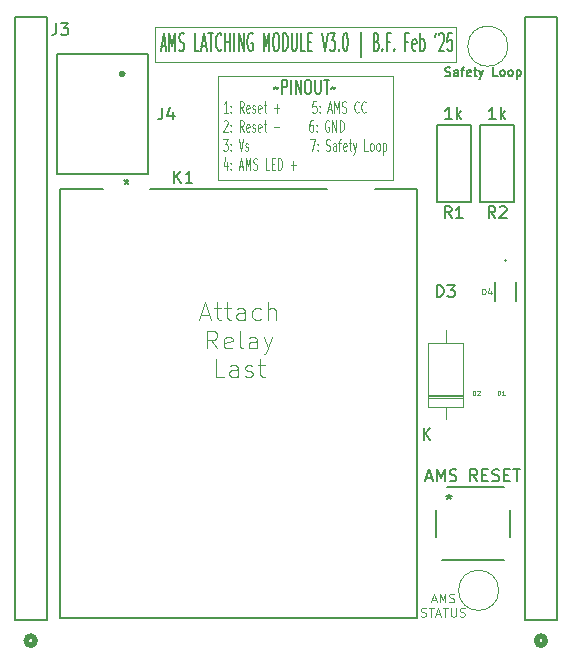
<source format=gbr>
%TF.GenerationSoftware,KiCad,Pcbnew,8.0.8*%
%TF.CreationDate,2025-03-10T21:52:54-04:00*%
%TF.ProjectId,AMS Latching Module V3.0,414d5320-4c61-4746-9368-696e67204d6f,rev?*%
%TF.SameCoordinates,Original*%
%TF.FileFunction,Legend,Top*%
%TF.FilePolarity,Positive*%
%FSLAX46Y46*%
G04 Gerber Fmt 4.6, Leading zero omitted, Abs format (unit mm)*
G04 Created by KiCad (PCBNEW 8.0.8) date 2025-03-10 21:52:54*
%MOMM*%
%LPD*%
G01*
G04 APERTURE LIST*
%ADD10C,0.100000*%
%ADD11C,0.187500*%
%ADD12C,0.150000*%
%ADD13C,0.098425*%
%ADD14C,0.125000*%
%ADD15C,0.170000*%
%ADD16C,0.120000*%
%ADD17C,0.152400*%
%ADD18C,0.508000*%
%ADD19C,0.200000*%
%ADD20C,0.400000*%
G04 APERTURE END LIST*
D10*
X61300000Y-50300000D02*
X86800000Y-50300000D01*
X86800000Y-53200000D01*
X61300000Y-53200000D01*
X61300000Y-50300000D01*
X66650000Y-54400000D02*
X81450000Y-54400000D01*
X81450000Y-63200000D01*
X66650000Y-63200000D01*
X66650000Y-54400000D01*
X84735714Y-98781270D02*
X85092857Y-98781270D01*
X84664285Y-98995556D02*
X84914285Y-98245556D01*
X84914285Y-98245556D02*
X85164285Y-98995556D01*
X85414285Y-98995556D02*
X85414285Y-98245556D01*
X85414285Y-98245556D02*
X85664285Y-98781270D01*
X85664285Y-98781270D02*
X85914285Y-98245556D01*
X85914285Y-98245556D02*
X85914285Y-98995556D01*
X86235714Y-98959842D02*
X86342857Y-98995556D01*
X86342857Y-98995556D02*
X86521428Y-98995556D01*
X86521428Y-98995556D02*
X86592857Y-98959842D01*
X86592857Y-98959842D02*
X86628571Y-98924127D01*
X86628571Y-98924127D02*
X86664285Y-98852699D01*
X86664285Y-98852699D02*
X86664285Y-98781270D01*
X86664285Y-98781270D02*
X86628571Y-98709842D01*
X86628571Y-98709842D02*
X86592857Y-98674127D01*
X86592857Y-98674127D02*
X86521428Y-98638413D01*
X86521428Y-98638413D02*
X86378571Y-98602699D01*
X86378571Y-98602699D02*
X86307142Y-98566984D01*
X86307142Y-98566984D02*
X86271428Y-98531270D01*
X86271428Y-98531270D02*
X86235714Y-98459842D01*
X86235714Y-98459842D02*
X86235714Y-98388413D01*
X86235714Y-98388413D02*
X86271428Y-98316984D01*
X86271428Y-98316984D02*
X86307142Y-98281270D01*
X86307142Y-98281270D02*
X86378571Y-98245556D01*
X86378571Y-98245556D02*
X86557142Y-98245556D01*
X86557142Y-98245556D02*
X86664285Y-98281270D01*
X83842857Y-100167300D02*
X83950000Y-100203014D01*
X83950000Y-100203014D02*
X84128571Y-100203014D01*
X84128571Y-100203014D02*
X84200000Y-100167300D01*
X84200000Y-100167300D02*
X84235714Y-100131585D01*
X84235714Y-100131585D02*
X84271428Y-100060157D01*
X84271428Y-100060157D02*
X84271428Y-99988728D01*
X84271428Y-99988728D02*
X84235714Y-99917300D01*
X84235714Y-99917300D02*
X84200000Y-99881585D01*
X84200000Y-99881585D02*
X84128571Y-99845871D01*
X84128571Y-99845871D02*
X83985714Y-99810157D01*
X83985714Y-99810157D02*
X83914285Y-99774442D01*
X83914285Y-99774442D02*
X83878571Y-99738728D01*
X83878571Y-99738728D02*
X83842857Y-99667300D01*
X83842857Y-99667300D02*
X83842857Y-99595871D01*
X83842857Y-99595871D02*
X83878571Y-99524442D01*
X83878571Y-99524442D02*
X83914285Y-99488728D01*
X83914285Y-99488728D02*
X83985714Y-99453014D01*
X83985714Y-99453014D02*
X84164285Y-99453014D01*
X84164285Y-99453014D02*
X84271428Y-99488728D01*
X84485714Y-99453014D02*
X84914286Y-99453014D01*
X84700000Y-100203014D02*
X84700000Y-99453014D01*
X85128572Y-99988728D02*
X85485715Y-99988728D01*
X85057143Y-100203014D02*
X85307143Y-99453014D01*
X85307143Y-99453014D02*
X85557143Y-100203014D01*
X85700000Y-99453014D02*
X86128572Y-99453014D01*
X85914286Y-100203014D02*
X85914286Y-99453014D01*
X86378572Y-99453014D02*
X86378572Y-100060157D01*
X86378572Y-100060157D02*
X86414286Y-100131585D01*
X86414286Y-100131585D02*
X86450001Y-100167300D01*
X86450001Y-100167300D02*
X86521429Y-100203014D01*
X86521429Y-100203014D02*
X86664286Y-100203014D01*
X86664286Y-100203014D02*
X86735715Y-100167300D01*
X86735715Y-100167300D02*
X86771429Y-100131585D01*
X86771429Y-100131585D02*
X86807143Y-100060157D01*
X86807143Y-100060157D02*
X86807143Y-99453014D01*
X87128572Y-100167300D02*
X87235715Y-100203014D01*
X87235715Y-100203014D02*
X87414286Y-100203014D01*
X87414286Y-100203014D02*
X87485715Y-100167300D01*
X87485715Y-100167300D02*
X87521429Y-100131585D01*
X87521429Y-100131585D02*
X87557143Y-100060157D01*
X87557143Y-100060157D02*
X87557143Y-99988728D01*
X87557143Y-99988728D02*
X87521429Y-99917300D01*
X87521429Y-99917300D02*
X87485715Y-99881585D01*
X87485715Y-99881585D02*
X87414286Y-99845871D01*
X87414286Y-99845871D02*
X87271429Y-99810157D01*
X87271429Y-99810157D02*
X87200000Y-99774442D01*
X87200000Y-99774442D02*
X87164286Y-99738728D01*
X87164286Y-99738728D02*
X87128572Y-99667300D01*
X87128572Y-99667300D02*
X87128572Y-99595871D01*
X87128572Y-99595871D02*
X87164286Y-99524442D01*
X87164286Y-99524442D02*
X87200000Y-99488728D01*
X87200000Y-99488728D02*
X87271429Y-99453014D01*
X87271429Y-99453014D02*
X87450000Y-99453014D01*
X87450000Y-99453014D02*
X87557143Y-99488728D01*
D11*
X61866212Y-51878107D02*
X62223355Y-51878107D01*
X61794783Y-52306678D02*
X62044783Y-50806678D01*
X62044783Y-50806678D02*
X62294783Y-52306678D01*
X62544783Y-52306678D02*
X62544783Y-50806678D01*
X62544783Y-50806678D02*
X62794783Y-51878107D01*
X62794783Y-51878107D02*
X63044783Y-50806678D01*
X63044783Y-50806678D02*
X63044783Y-52306678D01*
X63366212Y-52235250D02*
X63473355Y-52306678D01*
X63473355Y-52306678D02*
X63651926Y-52306678D01*
X63651926Y-52306678D02*
X63723355Y-52235250D01*
X63723355Y-52235250D02*
X63759069Y-52163821D01*
X63759069Y-52163821D02*
X63794783Y-52020964D01*
X63794783Y-52020964D02*
X63794783Y-51878107D01*
X63794783Y-51878107D02*
X63759069Y-51735250D01*
X63759069Y-51735250D02*
X63723355Y-51663821D01*
X63723355Y-51663821D02*
X63651926Y-51592392D01*
X63651926Y-51592392D02*
X63509069Y-51520964D01*
X63509069Y-51520964D02*
X63437640Y-51449535D01*
X63437640Y-51449535D02*
X63401926Y-51378107D01*
X63401926Y-51378107D02*
X63366212Y-51235250D01*
X63366212Y-51235250D02*
X63366212Y-51092392D01*
X63366212Y-51092392D02*
X63401926Y-50949535D01*
X63401926Y-50949535D02*
X63437640Y-50878107D01*
X63437640Y-50878107D02*
X63509069Y-50806678D01*
X63509069Y-50806678D02*
X63687640Y-50806678D01*
X63687640Y-50806678D02*
X63794783Y-50878107D01*
X65044784Y-52306678D02*
X64687641Y-52306678D01*
X64687641Y-52306678D02*
X64687641Y-50806678D01*
X65259070Y-51878107D02*
X65616213Y-51878107D01*
X65187641Y-52306678D02*
X65437641Y-50806678D01*
X65437641Y-50806678D02*
X65687641Y-52306678D01*
X65830498Y-50806678D02*
X66259070Y-50806678D01*
X66044784Y-52306678D02*
X66044784Y-50806678D01*
X66937641Y-52163821D02*
X66901927Y-52235250D01*
X66901927Y-52235250D02*
X66794784Y-52306678D01*
X66794784Y-52306678D02*
X66723356Y-52306678D01*
X66723356Y-52306678D02*
X66616213Y-52235250D01*
X66616213Y-52235250D02*
X66544784Y-52092392D01*
X66544784Y-52092392D02*
X66509070Y-51949535D01*
X66509070Y-51949535D02*
X66473356Y-51663821D01*
X66473356Y-51663821D02*
X66473356Y-51449535D01*
X66473356Y-51449535D02*
X66509070Y-51163821D01*
X66509070Y-51163821D02*
X66544784Y-51020964D01*
X66544784Y-51020964D02*
X66616213Y-50878107D01*
X66616213Y-50878107D02*
X66723356Y-50806678D01*
X66723356Y-50806678D02*
X66794784Y-50806678D01*
X66794784Y-50806678D02*
X66901927Y-50878107D01*
X66901927Y-50878107D02*
X66937641Y-50949535D01*
X67259070Y-52306678D02*
X67259070Y-50806678D01*
X67259070Y-51520964D02*
X67687641Y-51520964D01*
X67687641Y-52306678D02*
X67687641Y-50806678D01*
X68044784Y-52306678D02*
X68044784Y-50806678D01*
X68401927Y-52306678D02*
X68401927Y-50806678D01*
X68401927Y-50806678D02*
X68830498Y-52306678D01*
X68830498Y-52306678D02*
X68830498Y-50806678D01*
X69580498Y-50878107D02*
X69509070Y-50806678D01*
X69509070Y-50806678D02*
X69401927Y-50806678D01*
X69401927Y-50806678D02*
X69294784Y-50878107D01*
X69294784Y-50878107D02*
X69223355Y-51020964D01*
X69223355Y-51020964D02*
X69187641Y-51163821D01*
X69187641Y-51163821D02*
X69151927Y-51449535D01*
X69151927Y-51449535D02*
X69151927Y-51663821D01*
X69151927Y-51663821D02*
X69187641Y-51949535D01*
X69187641Y-51949535D02*
X69223355Y-52092392D01*
X69223355Y-52092392D02*
X69294784Y-52235250D01*
X69294784Y-52235250D02*
X69401927Y-52306678D01*
X69401927Y-52306678D02*
X69473355Y-52306678D01*
X69473355Y-52306678D02*
X69580498Y-52235250D01*
X69580498Y-52235250D02*
X69616212Y-52163821D01*
X69616212Y-52163821D02*
X69616212Y-51663821D01*
X69616212Y-51663821D02*
X69473355Y-51663821D01*
X70509070Y-52306678D02*
X70509070Y-50806678D01*
X70509070Y-50806678D02*
X70759070Y-51878107D01*
X70759070Y-51878107D02*
X71009070Y-50806678D01*
X71009070Y-50806678D02*
X71009070Y-52306678D01*
X71509070Y-50806678D02*
X71651927Y-50806678D01*
X71651927Y-50806678D02*
X71723356Y-50878107D01*
X71723356Y-50878107D02*
X71794784Y-51020964D01*
X71794784Y-51020964D02*
X71830499Y-51306678D01*
X71830499Y-51306678D02*
X71830499Y-51806678D01*
X71830499Y-51806678D02*
X71794784Y-52092392D01*
X71794784Y-52092392D02*
X71723356Y-52235250D01*
X71723356Y-52235250D02*
X71651927Y-52306678D01*
X71651927Y-52306678D02*
X71509070Y-52306678D01*
X71509070Y-52306678D02*
X71437642Y-52235250D01*
X71437642Y-52235250D02*
X71366213Y-52092392D01*
X71366213Y-52092392D02*
X71330499Y-51806678D01*
X71330499Y-51806678D02*
X71330499Y-51306678D01*
X71330499Y-51306678D02*
X71366213Y-51020964D01*
X71366213Y-51020964D02*
X71437642Y-50878107D01*
X71437642Y-50878107D02*
X71509070Y-50806678D01*
X72151927Y-52306678D02*
X72151927Y-50806678D01*
X72151927Y-50806678D02*
X72330498Y-50806678D01*
X72330498Y-50806678D02*
X72437641Y-50878107D01*
X72437641Y-50878107D02*
X72509070Y-51020964D01*
X72509070Y-51020964D02*
X72544784Y-51163821D01*
X72544784Y-51163821D02*
X72580498Y-51449535D01*
X72580498Y-51449535D02*
X72580498Y-51663821D01*
X72580498Y-51663821D02*
X72544784Y-51949535D01*
X72544784Y-51949535D02*
X72509070Y-52092392D01*
X72509070Y-52092392D02*
X72437641Y-52235250D01*
X72437641Y-52235250D02*
X72330498Y-52306678D01*
X72330498Y-52306678D02*
X72151927Y-52306678D01*
X72901927Y-50806678D02*
X72901927Y-52020964D01*
X72901927Y-52020964D02*
X72937641Y-52163821D01*
X72937641Y-52163821D02*
X72973356Y-52235250D01*
X72973356Y-52235250D02*
X73044784Y-52306678D01*
X73044784Y-52306678D02*
X73187641Y-52306678D01*
X73187641Y-52306678D02*
X73259070Y-52235250D01*
X73259070Y-52235250D02*
X73294784Y-52163821D01*
X73294784Y-52163821D02*
X73330498Y-52020964D01*
X73330498Y-52020964D02*
X73330498Y-50806678D01*
X74044784Y-52306678D02*
X73687641Y-52306678D01*
X73687641Y-52306678D02*
X73687641Y-50806678D01*
X74294784Y-51520964D02*
X74544784Y-51520964D01*
X74651927Y-52306678D02*
X74294784Y-52306678D01*
X74294784Y-52306678D02*
X74294784Y-50806678D01*
X74294784Y-50806678D02*
X74651927Y-50806678D01*
X75437641Y-50806678D02*
X75687641Y-52306678D01*
X75687641Y-52306678D02*
X75937641Y-50806678D01*
X76116212Y-50806678D02*
X76580498Y-50806678D01*
X76580498Y-50806678D02*
X76330498Y-51378107D01*
X76330498Y-51378107D02*
X76437641Y-51378107D01*
X76437641Y-51378107D02*
X76509070Y-51449535D01*
X76509070Y-51449535D02*
X76544784Y-51520964D01*
X76544784Y-51520964D02*
X76580498Y-51663821D01*
X76580498Y-51663821D02*
X76580498Y-52020964D01*
X76580498Y-52020964D02*
X76544784Y-52163821D01*
X76544784Y-52163821D02*
X76509070Y-52235250D01*
X76509070Y-52235250D02*
X76437641Y-52306678D01*
X76437641Y-52306678D02*
X76223355Y-52306678D01*
X76223355Y-52306678D02*
X76151927Y-52235250D01*
X76151927Y-52235250D02*
X76116212Y-52163821D01*
X76901927Y-52163821D02*
X76937641Y-52235250D01*
X76937641Y-52235250D02*
X76901927Y-52306678D01*
X76901927Y-52306678D02*
X76866213Y-52235250D01*
X76866213Y-52235250D02*
X76901927Y-52163821D01*
X76901927Y-52163821D02*
X76901927Y-52306678D01*
X77401927Y-50806678D02*
X77473356Y-50806678D01*
X77473356Y-50806678D02*
X77544784Y-50878107D01*
X77544784Y-50878107D02*
X77580499Y-50949535D01*
X77580499Y-50949535D02*
X77616213Y-51092392D01*
X77616213Y-51092392D02*
X77651927Y-51378107D01*
X77651927Y-51378107D02*
X77651927Y-51735250D01*
X77651927Y-51735250D02*
X77616213Y-52020964D01*
X77616213Y-52020964D02*
X77580499Y-52163821D01*
X77580499Y-52163821D02*
X77544784Y-52235250D01*
X77544784Y-52235250D02*
X77473356Y-52306678D01*
X77473356Y-52306678D02*
X77401927Y-52306678D01*
X77401927Y-52306678D02*
X77330499Y-52235250D01*
X77330499Y-52235250D02*
X77294784Y-52163821D01*
X77294784Y-52163821D02*
X77259070Y-52020964D01*
X77259070Y-52020964D02*
X77223356Y-51735250D01*
X77223356Y-51735250D02*
X77223356Y-51378107D01*
X77223356Y-51378107D02*
X77259070Y-51092392D01*
X77259070Y-51092392D02*
X77294784Y-50949535D01*
X77294784Y-50949535D02*
X77330499Y-50878107D01*
X77330499Y-50878107D02*
X77401927Y-50806678D01*
X78723356Y-52806678D02*
X78723356Y-50663821D01*
X80080500Y-51520964D02*
X80187643Y-51592392D01*
X80187643Y-51592392D02*
X80223357Y-51663821D01*
X80223357Y-51663821D02*
X80259071Y-51806678D01*
X80259071Y-51806678D02*
X80259071Y-52020964D01*
X80259071Y-52020964D02*
X80223357Y-52163821D01*
X80223357Y-52163821D02*
X80187643Y-52235250D01*
X80187643Y-52235250D02*
X80116214Y-52306678D01*
X80116214Y-52306678D02*
X79830500Y-52306678D01*
X79830500Y-52306678D02*
X79830500Y-50806678D01*
X79830500Y-50806678D02*
X80080500Y-50806678D01*
X80080500Y-50806678D02*
X80151929Y-50878107D01*
X80151929Y-50878107D02*
X80187643Y-50949535D01*
X80187643Y-50949535D02*
X80223357Y-51092392D01*
X80223357Y-51092392D02*
X80223357Y-51235250D01*
X80223357Y-51235250D02*
X80187643Y-51378107D01*
X80187643Y-51378107D02*
X80151929Y-51449535D01*
X80151929Y-51449535D02*
X80080500Y-51520964D01*
X80080500Y-51520964D02*
X79830500Y-51520964D01*
X80580500Y-52163821D02*
X80616214Y-52235250D01*
X80616214Y-52235250D02*
X80580500Y-52306678D01*
X80580500Y-52306678D02*
X80544786Y-52235250D01*
X80544786Y-52235250D02*
X80580500Y-52163821D01*
X80580500Y-52163821D02*
X80580500Y-52306678D01*
X81187643Y-51520964D02*
X80937643Y-51520964D01*
X80937643Y-52306678D02*
X80937643Y-50806678D01*
X80937643Y-50806678D02*
X81294786Y-50806678D01*
X81580500Y-52163821D02*
X81616214Y-52235250D01*
X81616214Y-52235250D02*
X81580500Y-52306678D01*
X81580500Y-52306678D02*
X81544786Y-52235250D01*
X81544786Y-52235250D02*
X81580500Y-52163821D01*
X81580500Y-52163821D02*
X81580500Y-52306678D01*
X82759072Y-51520964D02*
X82509072Y-51520964D01*
X82509072Y-52306678D02*
X82509072Y-50806678D01*
X82509072Y-50806678D02*
X82866215Y-50806678D01*
X83437643Y-52235250D02*
X83366215Y-52306678D01*
X83366215Y-52306678D02*
X83223358Y-52306678D01*
X83223358Y-52306678D02*
X83151929Y-52235250D01*
X83151929Y-52235250D02*
X83116215Y-52092392D01*
X83116215Y-52092392D02*
X83116215Y-51520964D01*
X83116215Y-51520964D02*
X83151929Y-51378107D01*
X83151929Y-51378107D02*
X83223358Y-51306678D01*
X83223358Y-51306678D02*
X83366215Y-51306678D01*
X83366215Y-51306678D02*
X83437643Y-51378107D01*
X83437643Y-51378107D02*
X83473358Y-51520964D01*
X83473358Y-51520964D02*
X83473358Y-51663821D01*
X83473358Y-51663821D02*
X83116215Y-51806678D01*
X83794786Y-52306678D02*
X83794786Y-50806678D01*
X83794786Y-51378107D02*
X83866215Y-51306678D01*
X83866215Y-51306678D02*
X84009072Y-51306678D01*
X84009072Y-51306678D02*
X84080500Y-51378107D01*
X84080500Y-51378107D02*
X84116215Y-51449535D01*
X84116215Y-51449535D02*
X84151929Y-51592392D01*
X84151929Y-51592392D02*
X84151929Y-52020964D01*
X84151929Y-52020964D02*
X84116215Y-52163821D01*
X84116215Y-52163821D02*
X84080500Y-52235250D01*
X84080500Y-52235250D02*
X84009072Y-52306678D01*
X84009072Y-52306678D02*
X83866215Y-52306678D01*
X83866215Y-52306678D02*
X83794786Y-52235250D01*
X85080500Y-50806678D02*
X85009072Y-51092392D01*
X85366215Y-50949535D02*
X85401929Y-50878107D01*
X85401929Y-50878107D02*
X85473358Y-50806678D01*
X85473358Y-50806678D02*
X85651929Y-50806678D01*
X85651929Y-50806678D02*
X85723358Y-50878107D01*
X85723358Y-50878107D02*
X85759072Y-50949535D01*
X85759072Y-50949535D02*
X85794786Y-51092392D01*
X85794786Y-51092392D02*
X85794786Y-51235250D01*
X85794786Y-51235250D02*
X85759072Y-51449535D01*
X85759072Y-51449535D02*
X85330500Y-52306678D01*
X85330500Y-52306678D02*
X85794786Y-52306678D01*
X86473358Y-50806678D02*
X86116215Y-50806678D01*
X86116215Y-50806678D02*
X86080501Y-51520964D01*
X86080501Y-51520964D02*
X86116215Y-51449535D01*
X86116215Y-51449535D02*
X86187644Y-51378107D01*
X86187644Y-51378107D02*
X86366215Y-51378107D01*
X86366215Y-51378107D02*
X86437644Y-51449535D01*
X86437644Y-51449535D02*
X86473358Y-51520964D01*
X86473358Y-51520964D02*
X86509072Y-51663821D01*
X86509072Y-51663821D02*
X86509072Y-52020964D01*
X86509072Y-52020964D02*
X86473358Y-52163821D01*
X86473358Y-52163821D02*
X86437644Y-52235250D01*
X86437644Y-52235250D02*
X86366215Y-52306678D01*
X86366215Y-52306678D02*
X86187644Y-52306678D01*
X86187644Y-52306678D02*
X86116215Y-52235250D01*
X86116215Y-52235250D02*
X86080501Y-52163821D01*
D12*
X90160588Y-58069819D02*
X89589160Y-58069819D01*
X89874874Y-58069819D02*
X89874874Y-57069819D01*
X89874874Y-57069819D02*
X89779636Y-57212676D01*
X89779636Y-57212676D02*
X89684398Y-57307914D01*
X89684398Y-57307914D02*
X89589160Y-57355533D01*
X90589160Y-58069819D02*
X90589160Y-57069819D01*
X90684398Y-57688866D02*
X90970112Y-58069819D01*
X90970112Y-57403152D02*
X90589160Y-57784104D01*
X71356065Y-55488200D02*
X71394160Y-55431057D01*
X71394160Y-55431057D02*
X71470351Y-55373914D01*
X71470351Y-55373914D02*
X71622732Y-55488200D01*
X71622732Y-55488200D02*
X71698922Y-55431057D01*
X71698922Y-55431057D02*
X71737017Y-55373914D01*
X72041780Y-55945342D02*
X72041780Y-54745342D01*
X72041780Y-54745342D02*
X72346542Y-54745342D01*
X72346542Y-54745342D02*
X72422732Y-54802485D01*
X72422732Y-54802485D02*
X72460827Y-54859628D01*
X72460827Y-54859628D02*
X72498923Y-54973914D01*
X72498923Y-54973914D02*
X72498923Y-55145342D01*
X72498923Y-55145342D02*
X72460827Y-55259628D01*
X72460827Y-55259628D02*
X72422732Y-55316771D01*
X72422732Y-55316771D02*
X72346542Y-55373914D01*
X72346542Y-55373914D02*
X72041780Y-55373914D01*
X72841780Y-55945342D02*
X72841780Y-54745342D01*
X73222732Y-55945342D02*
X73222732Y-54745342D01*
X73222732Y-54745342D02*
X73679875Y-55945342D01*
X73679875Y-55945342D02*
X73679875Y-54745342D01*
X74213208Y-54745342D02*
X74365589Y-54745342D01*
X74365589Y-54745342D02*
X74441779Y-54802485D01*
X74441779Y-54802485D02*
X74517970Y-54916771D01*
X74517970Y-54916771D02*
X74556065Y-55145342D01*
X74556065Y-55145342D02*
X74556065Y-55545342D01*
X74556065Y-55545342D02*
X74517970Y-55773914D01*
X74517970Y-55773914D02*
X74441779Y-55888200D01*
X74441779Y-55888200D02*
X74365589Y-55945342D01*
X74365589Y-55945342D02*
X74213208Y-55945342D01*
X74213208Y-55945342D02*
X74137017Y-55888200D01*
X74137017Y-55888200D02*
X74060827Y-55773914D01*
X74060827Y-55773914D02*
X74022731Y-55545342D01*
X74022731Y-55545342D02*
X74022731Y-55145342D01*
X74022731Y-55145342D02*
X74060827Y-54916771D01*
X74060827Y-54916771D02*
X74137017Y-54802485D01*
X74137017Y-54802485D02*
X74213208Y-54745342D01*
X74898922Y-54745342D02*
X74898922Y-55716771D01*
X74898922Y-55716771D02*
X74937017Y-55831057D01*
X74937017Y-55831057D02*
X74975112Y-55888200D01*
X74975112Y-55888200D02*
X75051303Y-55945342D01*
X75051303Y-55945342D02*
X75203684Y-55945342D01*
X75203684Y-55945342D02*
X75279874Y-55888200D01*
X75279874Y-55888200D02*
X75317969Y-55831057D01*
X75317969Y-55831057D02*
X75356065Y-55716771D01*
X75356065Y-55716771D02*
X75356065Y-54745342D01*
X75622731Y-54745342D02*
X76079874Y-54745342D01*
X75851302Y-55945342D02*
X75851302Y-54745342D01*
X76232255Y-55488200D02*
X76270350Y-55431057D01*
X76270350Y-55431057D02*
X76346541Y-55373914D01*
X76346541Y-55373914D02*
X76498922Y-55488200D01*
X76498922Y-55488200D02*
X76575112Y-55431057D01*
X76575112Y-55431057D02*
X76613207Y-55373914D01*
D10*
X65205713Y-74652825D02*
X65919999Y-74652825D01*
X65062856Y-75081396D02*
X65562856Y-73581396D01*
X65562856Y-73581396D02*
X66062856Y-75081396D01*
X66348570Y-74081396D02*
X66919998Y-74081396D01*
X66562855Y-73581396D02*
X66562855Y-74867110D01*
X66562855Y-74867110D02*
X66634284Y-75009968D01*
X66634284Y-75009968D02*
X66777141Y-75081396D01*
X66777141Y-75081396D02*
X66919998Y-75081396D01*
X67205713Y-74081396D02*
X67777141Y-74081396D01*
X67419998Y-73581396D02*
X67419998Y-74867110D01*
X67419998Y-74867110D02*
X67491427Y-75009968D01*
X67491427Y-75009968D02*
X67634284Y-75081396D01*
X67634284Y-75081396D02*
X67777141Y-75081396D01*
X68919999Y-75081396D02*
X68919999Y-74295682D01*
X68919999Y-74295682D02*
X68848570Y-74152825D01*
X68848570Y-74152825D02*
X68705713Y-74081396D01*
X68705713Y-74081396D02*
X68419999Y-74081396D01*
X68419999Y-74081396D02*
X68277141Y-74152825D01*
X68919999Y-75009968D02*
X68777141Y-75081396D01*
X68777141Y-75081396D02*
X68419999Y-75081396D01*
X68419999Y-75081396D02*
X68277141Y-75009968D01*
X68277141Y-75009968D02*
X68205713Y-74867110D01*
X68205713Y-74867110D02*
X68205713Y-74724253D01*
X68205713Y-74724253D02*
X68277141Y-74581396D01*
X68277141Y-74581396D02*
X68419999Y-74509968D01*
X68419999Y-74509968D02*
X68777141Y-74509968D01*
X68777141Y-74509968D02*
X68919999Y-74438539D01*
X70277142Y-75009968D02*
X70134284Y-75081396D01*
X70134284Y-75081396D02*
X69848570Y-75081396D01*
X69848570Y-75081396D02*
X69705713Y-75009968D01*
X69705713Y-75009968D02*
X69634284Y-74938539D01*
X69634284Y-74938539D02*
X69562856Y-74795682D01*
X69562856Y-74795682D02*
X69562856Y-74367110D01*
X69562856Y-74367110D02*
X69634284Y-74224253D01*
X69634284Y-74224253D02*
X69705713Y-74152825D01*
X69705713Y-74152825D02*
X69848570Y-74081396D01*
X69848570Y-74081396D02*
X70134284Y-74081396D01*
X70134284Y-74081396D02*
X70277142Y-74152825D01*
X70919998Y-75081396D02*
X70919998Y-73581396D01*
X71562856Y-75081396D02*
X71562856Y-74295682D01*
X71562856Y-74295682D02*
X71491427Y-74152825D01*
X71491427Y-74152825D02*
X71348570Y-74081396D01*
X71348570Y-74081396D02*
X71134284Y-74081396D01*
X71134284Y-74081396D02*
X70991427Y-74152825D01*
X70991427Y-74152825D02*
X70919998Y-74224253D01*
X66598570Y-77496312D02*
X66098570Y-76782026D01*
X65741427Y-77496312D02*
X65741427Y-75996312D01*
X65741427Y-75996312D02*
X66312856Y-75996312D01*
X66312856Y-75996312D02*
X66455713Y-76067741D01*
X66455713Y-76067741D02*
X66527142Y-76139169D01*
X66527142Y-76139169D02*
X66598570Y-76282026D01*
X66598570Y-76282026D02*
X66598570Y-76496312D01*
X66598570Y-76496312D02*
X66527142Y-76639169D01*
X66527142Y-76639169D02*
X66455713Y-76710598D01*
X66455713Y-76710598D02*
X66312856Y-76782026D01*
X66312856Y-76782026D02*
X65741427Y-76782026D01*
X67812856Y-77424884D02*
X67669999Y-77496312D01*
X67669999Y-77496312D02*
X67384285Y-77496312D01*
X67384285Y-77496312D02*
X67241427Y-77424884D01*
X67241427Y-77424884D02*
X67169999Y-77282026D01*
X67169999Y-77282026D02*
X67169999Y-76710598D01*
X67169999Y-76710598D02*
X67241427Y-76567741D01*
X67241427Y-76567741D02*
X67384285Y-76496312D01*
X67384285Y-76496312D02*
X67669999Y-76496312D01*
X67669999Y-76496312D02*
X67812856Y-76567741D01*
X67812856Y-76567741D02*
X67884285Y-76710598D01*
X67884285Y-76710598D02*
X67884285Y-76853455D01*
X67884285Y-76853455D02*
X67169999Y-76996312D01*
X68741427Y-77496312D02*
X68598570Y-77424884D01*
X68598570Y-77424884D02*
X68527141Y-77282026D01*
X68527141Y-77282026D02*
X68527141Y-75996312D01*
X69955713Y-77496312D02*
X69955713Y-76710598D01*
X69955713Y-76710598D02*
X69884284Y-76567741D01*
X69884284Y-76567741D02*
X69741427Y-76496312D01*
X69741427Y-76496312D02*
X69455713Y-76496312D01*
X69455713Y-76496312D02*
X69312855Y-76567741D01*
X69955713Y-77424884D02*
X69812855Y-77496312D01*
X69812855Y-77496312D02*
X69455713Y-77496312D01*
X69455713Y-77496312D02*
X69312855Y-77424884D01*
X69312855Y-77424884D02*
X69241427Y-77282026D01*
X69241427Y-77282026D02*
X69241427Y-77139169D01*
X69241427Y-77139169D02*
X69312855Y-76996312D01*
X69312855Y-76996312D02*
X69455713Y-76924884D01*
X69455713Y-76924884D02*
X69812855Y-76924884D01*
X69812855Y-76924884D02*
X69955713Y-76853455D01*
X70527141Y-76496312D02*
X70884284Y-77496312D01*
X71241427Y-76496312D02*
X70884284Y-77496312D01*
X70884284Y-77496312D02*
X70741427Y-77853455D01*
X70741427Y-77853455D02*
X70669998Y-77924884D01*
X70669998Y-77924884D02*
X70527141Y-77996312D01*
X67169998Y-79911228D02*
X66455712Y-79911228D01*
X66455712Y-79911228D02*
X66455712Y-78411228D01*
X68312856Y-79911228D02*
X68312856Y-79125514D01*
X68312856Y-79125514D02*
X68241427Y-78982657D01*
X68241427Y-78982657D02*
X68098570Y-78911228D01*
X68098570Y-78911228D02*
X67812856Y-78911228D01*
X67812856Y-78911228D02*
X67669998Y-78982657D01*
X68312856Y-79839800D02*
X68169998Y-79911228D01*
X68169998Y-79911228D02*
X67812856Y-79911228D01*
X67812856Y-79911228D02*
X67669998Y-79839800D01*
X67669998Y-79839800D02*
X67598570Y-79696942D01*
X67598570Y-79696942D02*
X67598570Y-79554085D01*
X67598570Y-79554085D02*
X67669998Y-79411228D01*
X67669998Y-79411228D02*
X67812856Y-79339800D01*
X67812856Y-79339800D02*
X68169998Y-79339800D01*
X68169998Y-79339800D02*
X68312856Y-79268371D01*
X68955713Y-79839800D02*
X69098570Y-79911228D01*
X69098570Y-79911228D02*
X69384284Y-79911228D01*
X69384284Y-79911228D02*
X69527141Y-79839800D01*
X69527141Y-79839800D02*
X69598570Y-79696942D01*
X69598570Y-79696942D02*
X69598570Y-79625514D01*
X69598570Y-79625514D02*
X69527141Y-79482657D01*
X69527141Y-79482657D02*
X69384284Y-79411228D01*
X69384284Y-79411228D02*
X69169999Y-79411228D01*
X69169999Y-79411228D02*
X69027141Y-79339800D01*
X69027141Y-79339800D02*
X68955713Y-79196942D01*
X68955713Y-79196942D02*
X68955713Y-79125514D01*
X68955713Y-79125514D02*
X69027141Y-78982657D01*
X69027141Y-78982657D02*
X69169999Y-78911228D01*
X69169999Y-78911228D02*
X69384284Y-78911228D01*
X69384284Y-78911228D02*
X69527141Y-78982657D01*
X70027142Y-78911228D02*
X70598570Y-78911228D01*
X70241427Y-78411228D02*
X70241427Y-79696942D01*
X70241427Y-79696942D02*
X70312856Y-79839800D01*
X70312856Y-79839800D02*
X70455713Y-79911228D01*
X70455713Y-79911228D02*
X70598570Y-79911228D01*
X67482930Y-57542587D02*
X67140073Y-57542587D01*
X67311502Y-57542587D02*
X67311502Y-56542587D01*
X67311502Y-56542587D02*
X67254359Y-56685444D01*
X67254359Y-56685444D02*
X67197216Y-56780682D01*
X67197216Y-56780682D02*
X67140073Y-56828301D01*
X67740074Y-57447348D02*
X67768645Y-57494968D01*
X67768645Y-57494968D02*
X67740074Y-57542587D01*
X67740074Y-57542587D02*
X67711502Y-57494968D01*
X67711502Y-57494968D02*
X67740074Y-57447348D01*
X67740074Y-57447348D02*
X67740074Y-57542587D01*
X67740074Y-56923539D02*
X67768645Y-56971158D01*
X67768645Y-56971158D02*
X67740074Y-57018777D01*
X67740074Y-57018777D02*
X67711502Y-56971158D01*
X67711502Y-56971158D02*
X67740074Y-56923539D01*
X67740074Y-56923539D02*
X67740074Y-57018777D01*
X68825788Y-57542587D02*
X68625788Y-57066396D01*
X68482931Y-57542587D02*
X68482931Y-56542587D01*
X68482931Y-56542587D02*
X68711502Y-56542587D01*
X68711502Y-56542587D02*
X68768645Y-56590206D01*
X68768645Y-56590206D02*
X68797216Y-56637825D01*
X68797216Y-56637825D02*
X68825788Y-56733063D01*
X68825788Y-56733063D02*
X68825788Y-56875920D01*
X68825788Y-56875920D02*
X68797216Y-56971158D01*
X68797216Y-56971158D02*
X68768645Y-57018777D01*
X68768645Y-57018777D02*
X68711502Y-57066396D01*
X68711502Y-57066396D02*
X68482931Y-57066396D01*
X69311502Y-57494968D02*
X69254359Y-57542587D01*
X69254359Y-57542587D02*
X69140074Y-57542587D01*
X69140074Y-57542587D02*
X69082931Y-57494968D01*
X69082931Y-57494968D02*
X69054359Y-57399729D01*
X69054359Y-57399729D02*
X69054359Y-57018777D01*
X69054359Y-57018777D02*
X69082931Y-56923539D01*
X69082931Y-56923539D02*
X69140074Y-56875920D01*
X69140074Y-56875920D02*
X69254359Y-56875920D01*
X69254359Y-56875920D02*
X69311502Y-56923539D01*
X69311502Y-56923539D02*
X69340074Y-57018777D01*
X69340074Y-57018777D02*
X69340074Y-57114015D01*
X69340074Y-57114015D02*
X69054359Y-57209253D01*
X69568645Y-57494968D02*
X69625788Y-57542587D01*
X69625788Y-57542587D02*
X69740074Y-57542587D01*
X69740074Y-57542587D02*
X69797217Y-57494968D01*
X69797217Y-57494968D02*
X69825788Y-57399729D01*
X69825788Y-57399729D02*
X69825788Y-57352110D01*
X69825788Y-57352110D02*
X69797217Y-57256872D01*
X69797217Y-57256872D02*
X69740074Y-57209253D01*
X69740074Y-57209253D02*
X69654360Y-57209253D01*
X69654360Y-57209253D02*
X69597217Y-57161634D01*
X69597217Y-57161634D02*
X69568645Y-57066396D01*
X69568645Y-57066396D02*
X69568645Y-57018777D01*
X69568645Y-57018777D02*
X69597217Y-56923539D01*
X69597217Y-56923539D02*
X69654360Y-56875920D01*
X69654360Y-56875920D02*
X69740074Y-56875920D01*
X69740074Y-56875920D02*
X69797217Y-56923539D01*
X70311502Y-57494968D02*
X70254359Y-57542587D01*
X70254359Y-57542587D02*
X70140074Y-57542587D01*
X70140074Y-57542587D02*
X70082931Y-57494968D01*
X70082931Y-57494968D02*
X70054359Y-57399729D01*
X70054359Y-57399729D02*
X70054359Y-57018777D01*
X70054359Y-57018777D02*
X70082931Y-56923539D01*
X70082931Y-56923539D02*
X70140074Y-56875920D01*
X70140074Y-56875920D02*
X70254359Y-56875920D01*
X70254359Y-56875920D02*
X70311502Y-56923539D01*
X70311502Y-56923539D02*
X70340074Y-57018777D01*
X70340074Y-57018777D02*
X70340074Y-57114015D01*
X70340074Y-57114015D02*
X70054359Y-57209253D01*
X70511502Y-56875920D02*
X70740074Y-56875920D01*
X70597217Y-56542587D02*
X70597217Y-57399729D01*
X70597217Y-57399729D02*
X70625788Y-57494968D01*
X70625788Y-57494968D02*
X70682931Y-57542587D01*
X70682931Y-57542587D02*
X70740074Y-57542587D01*
X71397217Y-57161634D02*
X71854360Y-57161634D01*
X71625788Y-57542587D02*
X71625788Y-56780682D01*
X74968644Y-56542587D02*
X74682930Y-56542587D01*
X74682930Y-56542587D02*
X74654358Y-57018777D01*
X74654358Y-57018777D02*
X74682930Y-56971158D01*
X74682930Y-56971158D02*
X74740073Y-56923539D01*
X74740073Y-56923539D02*
X74882930Y-56923539D01*
X74882930Y-56923539D02*
X74940073Y-56971158D01*
X74940073Y-56971158D02*
X74968644Y-57018777D01*
X74968644Y-57018777D02*
X74997215Y-57114015D01*
X74997215Y-57114015D02*
X74997215Y-57352110D01*
X74997215Y-57352110D02*
X74968644Y-57447348D01*
X74968644Y-57447348D02*
X74940073Y-57494968D01*
X74940073Y-57494968D02*
X74882930Y-57542587D01*
X74882930Y-57542587D02*
X74740073Y-57542587D01*
X74740073Y-57542587D02*
X74682930Y-57494968D01*
X74682930Y-57494968D02*
X74654358Y-57447348D01*
X75254359Y-57447348D02*
X75282930Y-57494968D01*
X75282930Y-57494968D02*
X75254359Y-57542587D01*
X75254359Y-57542587D02*
X75225787Y-57494968D01*
X75225787Y-57494968D02*
X75254359Y-57447348D01*
X75254359Y-57447348D02*
X75254359Y-57542587D01*
X75254359Y-56923539D02*
X75282930Y-56971158D01*
X75282930Y-56971158D02*
X75254359Y-57018777D01*
X75254359Y-57018777D02*
X75225787Y-56971158D01*
X75225787Y-56971158D02*
X75254359Y-56923539D01*
X75254359Y-56923539D02*
X75254359Y-57018777D01*
X75968644Y-57256872D02*
X76254359Y-57256872D01*
X75911501Y-57542587D02*
X76111501Y-56542587D01*
X76111501Y-56542587D02*
X76311501Y-57542587D01*
X76511502Y-57542587D02*
X76511502Y-56542587D01*
X76511502Y-56542587D02*
X76711502Y-57256872D01*
X76711502Y-57256872D02*
X76911502Y-56542587D01*
X76911502Y-56542587D02*
X76911502Y-57542587D01*
X77168644Y-57494968D02*
X77254359Y-57542587D01*
X77254359Y-57542587D02*
X77397216Y-57542587D01*
X77397216Y-57542587D02*
X77454359Y-57494968D01*
X77454359Y-57494968D02*
X77482930Y-57447348D01*
X77482930Y-57447348D02*
X77511501Y-57352110D01*
X77511501Y-57352110D02*
X77511501Y-57256872D01*
X77511501Y-57256872D02*
X77482930Y-57161634D01*
X77482930Y-57161634D02*
X77454359Y-57114015D01*
X77454359Y-57114015D02*
X77397216Y-57066396D01*
X77397216Y-57066396D02*
X77282930Y-57018777D01*
X77282930Y-57018777D02*
X77225787Y-56971158D01*
X77225787Y-56971158D02*
X77197216Y-56923539D01*
X77197216Y-56923539D02*
X77168644Y-56828301D01*
X77168644Y-56828301D02*
X77168644Y-56733063D01*
X77168644Y-56733063D02*
X77197216Y-56637825D01*
X77197216Y-56637825D02*
X77225787Y-56590206D01*
X77225787Y-56590206D02*
X77282930Y-56542587D01*
X77282930Y-56542587D02*
X77425787Y-56542587D01*
X77425787Y-56542587D02*
X77511501Y-56590206D01*
X78568645Y-57447348D02*
X78540073Y-57494968D01*
X78540073Y-57494968D02*
X78454359Y-57542587D01*
X78454359Y-57542587D02*
X78397216Y-57542587D01*
X78397216Y-57542587D02*
X78311502Y-57494968D01*
X78311502Y-57494968D02*
X78254359Y-57399729D01*
X78254359Y-57399729D02*
X78225788Y-57304491D01*
X78225788Y-57304491D02*
X78197216Y-57114015D01*
X78197216Y-57114015D02*
X78197216Y-56971158D01*
X78197216Y-56971158D02*
X78225788Y-56780682D01*
X78225788Y-56780682D02*
X78254359Y-56685444D01*
X78254359Y-56685444D02*
X78311502Y-56590206D01*
X78311502Y-56590206D02*
X78397216Y-56542587D01*
X78397216Y-56542587D02*
X78454359Y-56542587D01*
X78454359Y-56542587D02*
X78540073Y-56590206D01*
X78540073Y-56590206D02*
X78568645Y-56637825D01*
X79168645Y-57447348D02*
X79140073Y-57494968D01*
X79140073Y-57494968D02*
X79054359Y-57542587D01*
X79054359Y-57542587D02*
X78997216Y-57542587D01*
X78997216Y-57542587D02*
X78911502Y-57494968D01*
X78911502Y-57494968D02*
X78854359Y-57399729D01*
X78854359Y-57399729D02*
X78825788Y-57304491D01*
X78825788Y-57304491D02*
X78797216Y-57114015D01*
X78797216Y-57114015D02*
X78797216Y-56971158D01*
X78797216Y-56971158D02*
X78825788Y-56780682D01*
X78825788Y-56780682D02*
X78854359Y-56685444D01*
X78854359Y-56685444D02*
X78911502Y-56590206D01*
X78911502Y-56590206D02*
X78997216Y-56542587D01*
X78997216Y-56542587D02*
X79054359Y-56542587D01*
X79054359Y-56542587D02*
X79140073Y-56590206D01*
X79140073Y-56590206D02*
X79168645Y-56637825D01*
X67140073Y-58247769D02*
X67168645Y-58200150D01*
X67168645Y-58200150D02*
X67225788Y-58152531D01*
X67225788Y-58152531D02*
X67368645Y-58152531D01*
X67368645Y-58152531D02*
X67425788Y-58200150D01*
X67425788Y-58200150D02*
X67454359Y-58247769D01*
X67454359Y-58247769D02*
X67482930Y-58343007D01*
X67482930Y-58343007D02*
X67482930Y-58438245D01*
X67482930Y-58438245D02*
X67454359Y-58581102D01*
X67454359Y-58581102D02*
X67111502Y-59152531D01*
X67111502Y-59152531D02*
X67482930Y-59152531D01*
X67740074Y-59057292D02*
X67768645Y-59104912D01*
X67768645Y-59104912D02*
X67740074Y-59152531D01*
X67740074Y-59152531D02*
X67711502Y-59104912D01*
X67711502Y-59104912D02*
X67740074Y-59057292D01*
X67740074Y-59057292D02*
X67740074Y-59152531D01*
X67740074Y-58533483D02*
X67768645Y-58581102D01*
X67768645Y-58581102D02*
X67740074Y-58628721D01*
X67740074Y-58628721D02*
X67711502Y-58581102D01*
X67711502Y-58581102D02*
X67740074Y-58533483D01*
X67740074Y-58533483D02*
X67740074Y-58628721D01*
X68825788Y-59152531D02*
X68625788Y-58676340D01*
X68482931Y-59152531D02*
X68482931Y-58152531D01*
X68482931Y-58152531D02*
X68711502Y-58152531D01*
X68711502Y-58152531D02*
X68768645Y-58200150D01*
X68768645Y-58200150D02*
X68797216Y-58247769D01*
X68797216Y-58247769D02*
X68825788Y-58343007D01*
X68825788Y-58343007D02*
X68825788Y-58485864D01*
X68825788Y-58485864D02*
X68797216Y-58581102D01*
X68797216Y-58581102D02*
X68768645Y-58628721D01*
X68768645Y-58628721D02*
X68711502Y-58676340D01*
X68711502Y-58676340D02*
X68482931Y-58676340D01*
X69311502Y-59104912D02*
X69254359Y-59152531D01*
X69254359Y-59152531D02*
X69140074Y-59152531D01*
X69140074Y-59152531D02*
X69082931Y-59104912D01*
X69082931Y-59104912D02*
X69054359Y-59009673D01*
X69054359Y-59009673D02*
X69054359Y-58628721D01*
X69054359Y-58628721D02*
X69082931Y-58533483D01*
X69082931Y-58533483D02*
X69140074Y-58485864D01*
X69140074Y-58485864D02*
X69254359Y-58485864D01*
X69254359Y-58485864D02*
X69311502Y-58533483D01*
X69311502Y-58533483D02*
X69340074Y-58628721D01*
X69340074Y-58628721D02*
X69340074Y-58723959D01*
X69340074Y-58723959D02*
X69054359Y-58819197D01*
X69568645Y-59104912D02*
X69625788Y-59152531D01*
X69625788Y-59152531D02*
X69740074Y-59152531D01*
X69740074Y-59152531D02*
X69797217Y-59104912D01*
X69797217Y-59104912D02*
X69825788Y-59009673D01*
X69825788Y-59009673D02*
X69825788Y-58962054D01*
X69825788Y-58962054D02*
X69797217Y-58866816D01*
X69797217Y-58866816D02*
X69740074Y-58819197D01*
X69740074Y-58819197D02*
X69654360Y-58819197D01*
X69654360Y-58819197D02*
X69597217Y-58771578D01*
X69597217Y-58771578D02*
X69568645Y-58676340D01*
X69568645Y-58676340D02*
X69568645Y-58628721D01*
X69568645Y-58628721D02*
X69597217Y-58533483D01*
X69597217Y-58533483D02*
X69654360Y-58485864D01*
X69654360Y-58485864D02*
X69740074Y-58485864D01*
X69740074Y-58485864D02*
X69797217Y-58533483D01*
X70311502Y-59104912D02*
X70254359Y-59152531D01*
X70254359Y-59152531D02*
X70140074Y-59152531D01*
X70140074Y-59152531D02*
X70082931Y-59104912D01*
X70082931Y-59104912D02*
X70054359Y-59009673D01*
X70054359Y-59009673D02*
X70054359Y-58628721D01*
X70054359Y-58628721D02*
X70082931Y-58533483D01*
X70082931Y-58533483D02*
X70140074Y-58485864D01*
X70140074Y-58485864D02*
X70254359Y-58485864D01*
X70254359Y-58485864D02*
X70311502Y-58533483D01*
X70311502Y-58533483D02*
X70340074Y-58628721D01*
X70340074Y-58628721D02*
X70340074Y-58723959D01*
X70340074Y-58723959D02*
X70054359Y-58819197D01*
X70511502Y-58485864D02*
X70740074Y-58485864D01*
X70597217Y-58152531D02*
X70597217Y-59009673D01*
X70597217Y-59009673D02*
X70625788Y-59104912D01*
X70625788Y-59104912D02*
X70682931Y-59152531D01*
X70682931Y-59152531D02*
X70740074Y-59152531D01*
X71397217Y-58771578D02*
X71854360Y-58771578D01*
X74682932Y-58152531D02*
X74568646Y-58152531D01*
X74568646Y-58152531D02*
X74511503Y-58200150D01*
X74511503Y-58200150D02*
X74482932Y-58247769D01*
X74482932Y-58247769D02*
X74425789Y-58390626D01*
X74425789Y-58390626D02*
X74397217Y-58581102D01*
X74397217Y-58581102D02*
X74397217Y-58962054D01*
X74397217Y-58962054D02*
X74425789Y-59057292D01*
X74425789Y-59057292D02*
X74454360Y-59104912D01*
X74454360Y-59104912D02*
X74511503Y-59152531D01*
X74511503Y-59152531D02*
X74625789Y-59152531D01*
X74625789Y-59152531D02*
X74682932Y-59104912D01*
X74682932Y-59104912D02*
X74711503Y-59057292D01*
X74711503Y-59057292D02*
X74740074Y-58962054D01*
X74740074Y-58962054D02*
X74740074Y-58723959D01*
X74740074Y-58723959D02*
X74711503Y-58628721D01*
X74711503Y-58628721D02*
X74682932Y-58581102D01*
X74682932Y-58581102D02*
X74625789Y-58533483D01*
X74625789Y-58533483D02*
X74511503Y-58533483D01*
X74511503Y-58533483D02*
X74454360Y-58581102D01*
X74454360Y-58581102D02*
X74425789Y-58628721D01*
X74425789Y-58628721D02*
X74397217Y-58723959D01*
X74997218Y-59057292D02*
X75025789Y-59104912D01*
X75025789Y-59104912D02*
X74997218Y-59152531D01*
X74997218Y-59152531D02*
X74968646Y-59104912D01*
X74968646Y-59104912D02*
X74997218Y-59057292D01*
X74997218Y-59057292D02*
X74997218Y-59152531D01*
X74997218Y-58533483D02*
X75025789Y-58581102D01*
X75025789Y-58581102D02*
X74997218Y-58628721D01*
X74997218Y-58628721D02*
X74968646Y-58581102D01*
X74968646Y-58581102D02*
X74997218Y-58533483D01*
X74997218Y-58533483D02*
X74997218Y-58628721D01*
X76054360Y-58200150D02*
X75997218Y-58152531D01*
X75997218Y-58152531D02*
X75911503Y-58152531D01*
X75911503Y-58152531D02*
X75825789Y-58200150D01*
X75825789Y-58200150D02*
X75768646Y-58295388D01*
X75768646Y-58295388D02*
X75740075Y-58390626D01*
X75740075Y-58390626D02*
X75711503Y-58581102D01*
X75711503Y-58581102D02*
X75711503Y-58723959D01*
X75711503Y-58723959D02*
X75740075Y-58914435D01*
X75740075Y-58914435D02*
X75768646Y-59009673D01*
X75768646Y-59009673D02*
X75825789Y-59104912D01*
X75825789Y-59104912D02*
X75911503Y-59152531D01*
X75911503Y-59152531D02*
X75968646Y-59152531D01*
X75968646Y-59152531D02*
X76054360Y-59104912D01*
X76054360Y-59104912D02*
X76082932Y-59057292D01*
X76082932Y-59057292D02*
X76082932Y-58723959D01*
X76082932Y-58723959D02*
X75968646Y-58723959D01*
X76340075Y-59152531D02*
X76340075Y-58152531D01*
X76340075Y-58152531D02*
X76682932Y-59152531D01*
X76682932Y-59152531D02*
X76682932Y-58152531D01*
X76968646Y-59152531D02*
X76968646Y-58152531D01*
X76968646Y-58152531D02*
X77111503Y-58152531D01*
X77111503Y-58152531D02*
X77197217Y-58200150D01*
X77197217Y-58200150D02*
X77254360Y-58295388D01*
X77254360Y-58295388D02*
X77282931Y-58390626D01*
X77282931Y-58390626D02*
X77311503Y-58581102D01*
X77311503Y-58581102D02*
X77311503Y-58723959D01*
X77311503Y-58723959D02*
X77282931Y-58914435D01*
X77282931Y-58914435D02*
X77254360Y-59009673D01*
X77254360Y-59009673D02*
X77197217Y-59104912D01*
X77197217Y-59104912D02*
X77111503Y-59152531D01*
X77111503Y-59152531D02*
X76968646Y-59152531D01*
X67111502Y-59762475D02*
X67482930Y-59762475D01*
X67482930Y-59762475D02*
X67282930Y-60143427D01*
X67282930Y-60143427D02*
X67368645Y-60143427D01*
X67368645Y-60143427D02*
X67425788Y-60191046D01*
X67425788Y-60191046D02*
X67454359Y-60238665D01*
X67454359Y-60238665D02*
X67482930Y-60333903D01*
X67482930Y-60333903D02*
X67482930Y-60571998D01*
X67482930Y-60571998D02*
X67454359Y-60667236D01*
X67454359Y-60667236D02*
X67425788Y-60714856D01*
X67425788Y-60714856D02*
X67368645Y-60762475D01*
X67368645Y-60762475D02*
X67197216Y-60762475D01*
X67197216Y-60762475D02*
X67140073Y-60714856D01*
X67140073Y-60714856D02*
X67111502Y-60667236D01*
X67740074Y-60667236D02*
X67768645Y-60714856D01*
X67768645Y-60714856D02*
X67740074Y-60762475D01*
X67740074Y-60762475D02*
X67711502Y-60714856D01*
X67711502Y-60714856D02*
X67740074Y-60667236D01*
X67740074Y-60667236D02*
X67740074Y-60762475D01*
X67740074Y-60143427D02*
X67768645Y-60191046D01*
X67768645Y-60191046D02*
X67740074Y-60238665D01*
X67740074Y-60238665D02*
X67711502Y-60191046D01*
X67711502Y-60191046D02*
X67740074Y-60143427D01*
X67740074Y-60143427D02*
X67740074Y-60238665D01*
X68397216Y-59762475D02*
X68597216Y-60762475D01*
X68597216Y-60762475D02*
X68797216Y-59762475D01*
X68968645Y-60714856D02*
X69025788Y-60762475D01*
X69025788Y-60762475D02*
X69140074Y-60762475D01*
X69140074Y-60762475D02*
X69197217Y-60714856D01*
X69197217Y-60714856D02*
X69225788Y-60619617D01*
X69225788Y-60619617D02*
X69225788Y-60571998D01*
X69225788Y-60571998D02*
X69197217Y-60476760D01*
X69197217Y-60476760D02*
X69140074Y-60429141D01*
X69140074Y-60429141D02*
X69054360Y-60429141D01*
X69054360Y-60429141D02*
X68997217Y-60381522D01*
X68997217Y-60381522D02*
X68968645Y-60286284D01*
X68968645Y-60286284D02*
X68968645Y-60238665D01*
X68968645Y-60238665D02*
X68997217Y-60143427D01*
X68997217Y-60143427D02*
X69054360Y-60095808D01*
X69054360Y-60095808D02*
X69140074Y-60095808D01*
X69140074Y-60095808D02*
X69197217Y-60143427D01*
X74454361Y-59762475D02*
X74854361Y-59762475D01*
X74854361Y-59762475D02*
X74597218Y-60762475D01*
X75082933Y-60667236D02*
X75111504Y-60714856D01*
X75111504Y-60714856D02*
X75082933Y-60762475D01*
X75082933Y-60762475D02*
X75054361Y-60714856D01*
X75054361Y-60714856D02*
X75082933Y-60667236D01*
X75082933Y-60667236D02*
X75082933Y-60762475D01*
X75082933Y-60143427D02*
X75111504Y-60191046D01*
X75111504Y-60191046D02*
X75082933Y-60238665D01*
X75082933Y-60238665D02*
X75054361Y-60191046D01*
X75054361Y-60191046D02*
X75082933Y-60143427D01*
X75082933Y-60143427D02*
X75082933Y-60238665D01*
X75797218Y-60714856D02*
X75882933Y-60762475D01*
X75882933Y-60762475D02*
X76025790Y-60762475D01*
X76025790Y-60762475D02*
X76082933Y-60714856D01*
X76082933Y-60714856D02*
X76111504Y-60667236D01*
X76111504Y-60667236D02*
X76140075Y-60571998D01*
X76140075Y-60571998D02*
X76140075Y-60476760D01*
X76140075Y-60476760D02*
X76111504Y-60381522D01*
X76111504Y-60381522D02*
X76082933Y-60333903D01*
X76082933Y-60333903D02*
X76025790Y-60286284D01*
X76025790Y-60286284D02*
X75911504Y-60238665D01*
X75911504Y-60238665D02*
X75854361Y-60191046D01*
X75854361Y-60191046D02*
X75825790Y-60143427D01*
X75825790Y-60143427D02*
X75797218Y-60048189D01*
X75797218Y-60048189D02*
X75797218Y-59952951D01*
X75797218Y-59952951D02*
X75825790Y-59857713D01*
X75825790Y-59857713D02*
X75854361Y-59810094D01*
X75854361Y-59810094D02*
X75911504Y-59762475D01*
X75911504Y-59762475D02*
X76054361Y-59762475D01*
X76054361Y-59762475D02*
X76140075Y-59810094D01*
X76654362Y-60762475D02*
X76654362Y-60238665D01*
X76654362Y-60238665D02*
X76625790Y-60143427D01*
X76625790Y-60143427D02*
X76568647Y-60095808D01*
X76568647Y-60095808D02*
X76454362Y-60095808D01*
X76454362Y-60095808D02*
X76397219Y-60143427D01*
X76654362Y-60714856D02*
X76597219Y-60762475D01*
X76597219Y-60762475D02*
X76454362Y-60762475D01*
X76454362Y-60762475D02*
X76397219Y-60714856D01*
X76397219Y-60714856D02*
X76368647Y-60619617D01*
X76368647Y-60619617D02*
X76368647Y-60524379D01*
X76368647Y-60524379D02*
X76397219Y-60429141D01*
X76397219Y-60429141D02*
X76454362Y-60381522D01*
X76454362Y-60381522D02*
X76597219Y-60381522D01*
X76597219Y-60381522D02*
X76654362Y-60333903D01*
X76854361Y-60095808D02*
X77082933Y-60095808D01*
X76940076Y-60762475D02*
X76940076Y-59905332D01*
X76940076Y-59905332D02*
X76968647Y-59810094D01*
X76968647Y-59810094D02*
X77025790Y-59762475D01*
X77025790Y-59762475D02*
X77082933Y-59762475D01*
X77511504Y-60714856D02*
X77454361Y-60762475D01*
X77454361Y-60762475D02*
X77340076Y-60762475D01*
X77340076Y-60762475D02*
X77282933Y-60714856D01*
X77282933Y-60714856D02*
X77254361Y-60619617D01*
X77254361Y-60619617D02*
X77254361Y-60238665D01*
X77254361Y-60238665D02*
X77282933Y-60143427D01*
X77282933Y-60143427D02*
X77340076Y-60095808D01*
X77340076Y-60095808D02*
X77454361Y-60095808D01*
X77454361Y-60095808D02*
X77511504Y-60143427D01*
X77511504Y-60143427D02*
X77540076Y-60238665D01*
X77540076Y-60238665D02*
X77540076Y-60333903D01*
X77540076Y-60333903D02*
X77254361Y-60429141D01*
X77711504Y-60095808D02*
X77940076Y-60095808D01*
X77797219Y-59762475D02*
X77797219Y-60619617D01*
X77797219Y-60619617D02*
X77825790Y-60714856D01*
X77825790Y-60714856D02*
X77882933Y-60762475D01*
X77882933Y-60762475D02*
X77940076Y-60762475D01*
X78082933Y-60095808D02*
X78225790Y-60762475D01*
X78368647Y-60095808D02*
X78225790Y-60762475D01*
X78225790Y-60762475D02*
X78168647Y-61000570D01*
X78168647Y-61000570D02*
X78140076Y-61048189D01*
X78140076Y-61048189D02*
X78082933Y-61095808D01*
X79340076Y-60762475D02*
X79054362Y-60762475D01*
X79054362Y-60762475D02*
X79054362Y-59762475D01*
X79625790Y-60762475D02*
X79568647Y-60714856D01*
X79568647Y-60714856D02*
X79540076Y-60667236D01*
X79540076Y-60667236D02*
X79511504Y-60571998D01*
X79511504Y-60571998D02*
X79511504Y-60286284D01*
X79511504Y-60286284D02*
X79540076Y-60191046D01*
X79540076Y-60191046D02*
X79568647Y-60143427D01*
X79568647Y-60143427D02*
X79625790Y-60095808D01*
X79625790Y-60095808D02*
X79711504Y-60095808D01*
X79711504Y-60095808D02*
X79768647Y-60143427D01*
X79768647Y-60143427D02*
X79797219Y-60191046D01*
X79797219Y-60191046D02*
X79825790Y-60286284D01*
X79825790Y-60286284D02*
X79825790Y-60571998D01*
X79825790Y-60571998D02*
X79797219Y-60667236D01*
X79797219Y-60667236D02*
X79768647Y-60714856D01*
X79768647Y-60714856D02*
X79711504Y-60762475D01*
X79711504Y-60762475D02*
X79625790Y-60762475D01*
X80168647Y-60762475D02*
X80111504Y-60714856D01*
X80111504Y-60714856D02*
X80082933Y-60667236D01*
X80082933Y-60667236D02*
X80054361Y-60571998D01*
X80054361Y-60571998D02*
X80054361Y-60286284D01*
X80054361Y-60286284D02*
X80082933Y-60191046D01*
X80082933Y-60191046D02*
X80111504Y-60143427D01*
X80111504Y-60143427D02*
X80168647Y-60095808D01*
X80168647Y-60095808D02*
X80254361Y-60095808D01*
X80254361Y-60095808D02*
X80311504Y-60143427D01*
X80311504Y-60143427D02*
X80340076Y-60191046D01*
X80340076Y-60191046D02*
X80368647Y-60286284D01*
X80368647Y-60286284D02*
X80368647Y-60571998D01*
X80368647Y-60571998D02*
X80340076Y-60667236D01*
X80340076Y-60667236D02*
X80311504Y-60714856D01*
X80311504Y-60714856D02*
X80254361Y-60762475D01*
X80254361Y-60762475D02*
X80168647Y-60762475D01*
X80625790Y-60095808D02*
X80625790Y-61095808D01*
X80625790Y-60143427D02*
X80682933Y-60095808D01*
X80682933Y-60095808D02*
X80797218Y-60095808D01*
X80797218Y-60095808D02*
X80854361Y-60143427D01*
X80854361Y-60143427D02*
X80882933Y-60191046D01*
X80882933Y-60191046D02*
X80911504Y-60286284D01*
X80911504Y-60286284D02*
X80911504Y-60571998D01*
X80911504Y-60571998D02*
X80882933Y-60667236D01*
X80882933Y-60667236D02*
X80854361Y-60714856D01*
X80854361Y-60714856D02*
X80797218Y-60762475D01*
X80797218Y-60762475D02*
X80682933Y-60762475D01*
X80682933Y-60762475D02*
X80625790Y-60714856D01*
X67425788Y-61705752D02*
X67425788Y-62372419D01*
X67282930Y-61324800D02*
X67140073Y-62039085D01*
X67140073Y-62039085D02*
X67511502Y-62039085D01*
X67740074Y-62277180D02*
X67768645Y-62324800D01*
X67768645Y-62324800D02*
X67740074Y-62372419D01*
X67740074Y-62372419D02*
X67711502Y-62324800D01*
X67711502Y-62324800D02*
X67740074Y-62277180D01*
X67740074Y-62277180D02*
X67740074Y-62372419D01*
X67740074Y-61753371D02*
X67768645Y-61800990D01*
X67768645Y-61800990D02*
X67740074Y-61848609D01*
X67740074Y-61848609D02*
X67711502Y-61800990D01*
X67711502Y-61800990D02*
X67740074Y-61753371D01*
X67740074Y-61753371D02*
X67740074Y-61848609D01*
X68454359Y-62086704D02*
X68740074Y-62086704D01*
X68397216Y-62372419D02*
X68597216Y-61372419D01*
X68597216Y-61372419D02*
X68797216Y-62372419D01*
X68997217Y-62372419D02*
X68997217Y-61372419D01*
X68997217Y-61372419D02*
X69197217Y-62086704D01*
X69197217Y-62086704D02*
X69397217Y-61372419D01*
X69397217Y-61372419D02*
X69397217Y-62372419D01*
X69654359Y-62324800D02*
X69740074Y-62372419D01*
X69740074Y-62372419D02*
X69882931Y-62372419D01*
X69882931Y-62372419D02*
X69940074Y-62324800D01*
X69940074Y-62324800D02*
X69968645Y-62277180D01*
X69968645Y-62277180D02*
X69997216Y-62181942D01*
X69997216Y-62181942D02*
X69997216Y-62086704D01*
X69997216Y-62086704D02*
X69968645Y-61991466D01*
X69968645Y-61991466D02*
X69940074Y-61943847D01*
X69940074Y-61943847D02*
X69882931Y-61896228D01*
X69882931Y-61896228D02*
X69768645Y-61848609D01*
X69768645Y-61848609D02*
X69711502Y-61800990D01*
X69711502Y-61800990D02*
X69682931Y-61753371D01*
X69682931Y-61753371D02*
X69654359Y-61658133D01*
X69654359Y-61658133D02*
X69654359Y-61562895D01*
X69654359Y-61562895D02*
X69682931Y-61467657D01*
X69682931Y-61467657D02*
X69711502Y-61420038D01*
X69711502Y-61420038D02*
X69768645Y-61372419D01*
X69768645Y-61372419D02*
X69911502Y-61372419D01*
X69911502Y-61372419D02*
X69997216Y-61420038D01*
X70997217Y-62372419D02*
X70711503Y-62372419D01*
X70711503Y-62372419D02*
X70711503Y-61372419D01*
X71197217Y-61848609D02*
X71397217Y-61848609D01*
X71482931Y-62372419D02*
X71197217Y-62372419D01*
X71197217Y-62372419D02*
X71197217Y-61372419D01*
X71197217Y-61372419D02*
X71482931Y-61372419D01*
X71740074Y-62372419D02*
X71740074Y-61372419D01*
X71740074Y-61372419D02*
X71882931Y-61372419D01*
X71882931Y-61372419D02*
X71968645Y-61420038D01*
X71968645Y-61420038D02*
X72025788Y-61515276D01*
X72025788Y-61515276D02*
X72054359Y-61610514D01*
X72054359Y-61610514D02*
X72082931Y-61800990D01*
X72082931Y-61800990D02*
X72082931Y-61943847D01*
X72082931Y-61943847D02*
X72054359Y-62134323D01*
X72054359Y-62134323D02*
X72025788Y-62229561D01*
X72025788Y-62229561D02*
X71968645Y-62324800D01*
X71968645Y-62324800D02*
X71882931Y-62372419D01*
X71882931Y-62372419D02*
X71740074Y-62372419D01*
X72797217Y-61991466D02*
X73254360Y-61991466D01*
X73025788Y-62372419D02*
X73025788Y-61610514D01*
D12*
X86460588Y-58069819D02*
X85889160Y-58069819D01*
X86174874Y-58069819D02*
X86174874Y-57069819D01*
X86174874Y-57069819D02*
X86079636Y-57212676D01*
X86079636Y-57212676D02*
X85984398Y-57307914D01*
X85984398Y-57307914D02*
X85889160Y-57355533D01*
X86889160Y-58069819D02*
X86889160Y-57069819D01*
X86984398Y-57688866D02*
X87270112Y-58069819D01*
X87270112Y-57403152D02*
X86889160Y-57784104D01*
D13*
X90329411Y-81447014D02*
X90329411Y-81053313D01*
X90329411Y-81053313D02*
X90423149Y-81053313D01*
X90423149Y-81053313D02*
X90479392Y-81072061D01*
X90479392Y-81072061D02*
X90516888Y-81109556D01*
X90516888Y-81109556D02*
X90535635Y-81147052D01*
X90535635Y-81147052D02*
X90554383Y-81222042D01*
X90554383Y-81222042D02*
X90554383Y-81278285D01*
X90554383Y-81278285D02*
X90535635Y-81353276D01*
X90535635Y-81353276D02*
X90516888Y-81390771D01*
X90516888Y-81390771D02*
X90479392Y-81428267D01*
X90479392Y-81428267D02*
X90423149Y-81447014D01*
X90423149Y-81447014D02*
X90329411Y-81447014D01*
X90929336Y-81447014D02*
X90704364Y-81447014D01*
X90816850Y-81447014D02*
X90816850Y-81053313D01*
X90816850Y-81053313D02*
X90779355Y-81109556D01*
X90779355Y-81109556D02*
X90741860Y-81147052D01*
X90741860Y-81147052D02*
X90704364Y-81165799D01*
X88229411Y-81447014D02*
X88229411Y-81053313D01*
X88229411Y-81053313D02*
X88323149Y-81053313D01*
X88323149Y-81053313D02*
X88379392Y-81072061D01*
X88379392Y-81072061D02*
X88416888Y-81109556D01*
X88416888Y-81109556D02*
X88435635Y-81147052D01*
X88435635Y-81147052D02*
X88454383Y-81222042D01*
X88454383Y-81222042D02*
X88454383Y-81278285D01*
X88454383Y-81278285D02*
X88435635Y-81353276D01*
X88435635Y-81353276D02*
X88416888Y-81390771D01*
X88416888Y-81390771D02*
X88379392Y-81428267D01*
X88379392Y-81428267D02*
X88323149Y-81447014D01*
X88323149Y-81447014D02*
X88229411Y-81447014D01*
X88604364Y-81090809D02*
X88623112Y-81072061D01*
X88623112Y-81072061D02*
X88660607Y-81053313D01*
X88660607Y-81053313D02*
X88754346Y-81053313D01*
X88754346Y-81053313D02*
X88791841Y-81072061D01*
X88791841Y-81072061D02*
X88810589Y-81090809D01*
X88810589Y-81090809D02*
X88829336Y-81128304D01*
X88829336Y-81128304D02*
X88829336Y-81165799D01*
X88829336Y-81165799D02*
X88810589Y-81222042D01*
X88810589Y-81222042D02*
X88585617Y-81447014D01*
X88585617Y-81447014D02*
X88829336Y-81447014D01*
D12*
X85903572Y-54403450D02*
X86010715Y-54439164D01*
X86010715Y-54439164D02*
X86189286Y-54439164D01*
X86189286Y-54439164D02*
X86260715Y-54403450D01*
X86260715Y-54403450D02*
X86296429Y-54367735D01*
X86296429Y-54367735D02*
X86332143Y-54296307D01*
X86332143Y-54296307D02*
X86332143Y-54224878D01*
X86332143Y-54224878D02*
X86296429Y-54153450D01*
X86296429Y-54153450D02*
X86260715Y-54117735D01*
X86260715Y-54117735D02*
X86189286Y-54082021D01*
X86189286Y-54082021D02*
X86046429Y-54046307D01*
X86046429Y-54046307D02*
X85975000Y-54010592D01*
X85975000Y-54010592D02*
X85939286Y-53974878D01*
X85939286Y-53974878D02*
X85903572Y-53903450D01*
X85903572Y-53903450D02*
X85903572Y-53832021D01*
X85903572Y-53832021D02*
X85939286Y-53760592D01*
X85939286Y-53760592D02*
X85975000Y-53724878D01*
X85975000Y-53724878D02*
X86046429Y-53689164D01*
X86046429Y-53689164D02*
X86225000Y-53689164D01*
X86225000Y-53689164D02*
X86332143Y-53724878D01*
X86975001Y-54439164D02*
X86975001Y-54046307D01*
X86975001Y-54046307D02*
X86939286Y-53974878D01*
X86939286Y-53974878D02*
X86867858Y-53939164D01*
X86867858Y-53939164D02*
X86725001Y-53939164D01*
X86725001Y-53939164D02*
X86653572Y-53974878D01*
X86975001Y-54403450D02*
X86903572Y-54439164D01*
X86903572Y-54439164D02*
X86725001Y-54439164D01*
X86725001Y-54439164D02*
X86653572Y-54403450D01*
X86653572Y-54403450D02*
X86617858Y-54332021D01*
X86617858Y-54332021D02*
X86617858Y-54260592D01*
X86617858Y-54260592D02*
X86653572Y-54189164D01*
X86653572Y-54189164D02*
X86725001Y-54153450D01*
X86725001Y-54153450D02*
X86903572Y-54153450D01*
X86903572Y-54153450D02*
X86975001Y-54117735D01*
X87225000Y-53939164D02*
X87510714Y-53939164D01*
X87332143Y-54439164D02*
X87332143Y-53796307D01*
X87332143Y-53796307D02*
X87367857Y-53724878D01*
X87367857Y-53724878D02*
X87439286Y-53689164D01*
X87439286Y-53689164D02*
X87510714Y-53689164D01*
X88046428Y-54403450D02*
X87975000Y-54439164D01*
X87975000Y-54439164D02*
X87832143Y-54439164D01*
X87832143Y-54439164D02*
X87760714Y-54403450D01*
X87760714Y-54403450D02*
X87725000Y-54332021D01*
X87725000Y-54332021D02*
X87725000Y-54046307D01*
X87725000Y-54046307D02*
X87760714Y-53974878D01*
X87760714Y-53974878D02*
X87832143Y-53939164D01*
X87832143Y-53939164D02*
X87975000Y-53939164D01*
X87975000Y-53939164D02*
X88046428Y-53974878D01*
X88046428Y-53974878D02*
X88082143Y-54046307D01*
X88082143Y-54046307D02*
X88082143Y-54117735D01*
X88082143Y-54117735D02*
X87725000Y-54189164D01*
X88296428Y-53939164D02*
X88582142Y-53939164D01*
X88403571Y-53689164D02*
X88403571Y-54332021D01*
X88403571Y-54332021D02*
X88439285Y-54403450D01*
X88439285Y-54403450D02*
X88510714Y-54439164D01*
X88510714Y-54439164D02*
X88582142Y-54439164D01*
X88760713Y-53939164D02*
X88939285Y-54439164D01*
X89117856Y-53939164D02*
X88939285Y-54439164D01*
X88939285Y-54439164D02*
X88867856Y-54617735D01*
X88867856Y-54617735D02*
X88832142Y-54653450D01*
X88832142Y-54653450D02*
X88760713Y-54689164D01*
X90332143Y-54439164D02*
X89975000Y-54439164D01*
X89975000Y-54439164D02*
X89975000Y-53689164D01*
X90689286Y-54439164D02*
X90617857Y-54403450D01*
X90617857Y-54403450D02*
X90582143Y-54367735D01*
X90582143Y-54367735D02*
X90546429Y-54296307D01*
X90546429Y-54296307D02*
X90546429Y-54082021D01*
X90546429Y-54082021D02*
X90582143Y-54010592D01*
X90582143Y-54010592D02*
X90617857Y-53974878D01*
X90617857Y-53974878D02*
X90689286Y-53939164D01*
X90689286Y-53939164D02*
X90796429Y-53939164D01*
X90796429Y-53939164D02*
X90867857Y-53974878D01*
X90867857Y-53974878D02*
X90903572Y-54010592D01*
X90903572Y-54010592D02*
X90939286Y-54082021D01*
X90939286Y-54082021D02*
X90939286Y-54296307D01*
X90939286Y-54296307D02*
X90903572Y-54367735D01*
X90903572Y-54367735D02*
X90867857Y-54403450D01*
X90867857Y-54403450D02*
X90796429Y-54439164D01*
X90796429Y-54439164D02*
X90689286Y-54439164D01*
X91367857Y-54439164D02*
X91296428Y-54403450D01*
X91296428Y-54403450D02*
X91260714Y-54367735D01*
X91260714Y-54367735D02*
X91225000Y-54296307D01*
X91225000Y-54296307D02*
X91225000Y-54082021D01*
X91225000Y-54082021D02*
X91260714Y-54010592D01*
X91260714Y-54010592D02*
X91296428Y-53974878D01*
X91296428Y-53974878D02*
X91367857Y-53939164D01*
X91367857Y-53939164D02*
X91475000Y-53939164D01*
X91475000Y-53939164D02*
X91546428Y-53974878D01*
X91546428Y-53974878D02*
X91582143Y-54010592D01*
X91582143Y-54010592D02*
X91617857Y-54082021D01*
X91617857Y-54082021D02*
X91617857Y-54296307D01*
X91617857Y-54296307D02*
X91582143Y-54367735D01*
X91582143Y-54367735D02*
X91546428Y-54403450D01*
X91546428Y-54403450D02*
X91475000Y-54439164D01*
X91475000Y-54439164D02*
X91367857Y-54439164D01*
X91939285Y-53939164D02*
X91939285Y-54689164D01*
X91939285Y-53974878D02*
X92010714Y-53939164D01*
X92010714Y-53939164D02*
X92153571Y-53939164D01*
X92153571Y-53939164D02*
X92224999Y-53974878D01*
X92224999Y-53974878D02*
X92260714Y-54010592D01*
X92260714Y-54010592D02*
X92296428Y-54082021D01*
X92296428Y-54082021D02*
X92296428Y-54296307D01*
X92296428Y-54296307D02*
X92260714Y-54367735D01*
X92260714Y-54367735D02*
X92224999Y-54403450D01*
X92224999Y-54403450D02*
X92153571Y-54439164D01*
X92153571Y-54439164D02*
X92010714Y-54439164D01*
X92010714Y-54439164D02*
X91939285Y-54403450D01*
X52966666Y-49954819D02*
X52966666Y-50669104D01*
X52966666Y-50669104D02*
X52919047Y-50811961D01*
X52919047Y-50811961D02*
X52823809Y-50907200D01*
X52823809Y-50907200D02*
X52680952Y-50954819D01*
X52680952Y-50954819D02*
X52585714Y-50954819D01*
X53347619Y-49954819D02*
X53966666Y-49954819D01*
X53966666Y-49954819D02*
X53633333Y-50335771D01*
X53633333Y-50335771D02*
X53776190Y-50335771D01*
X53776190Y-50335771D02*
X53871428Y-50383390D01*
X53871428Y-50383390D02*
X53919047Y-50431009D01*
X53919047Y-50431009D02*
X53966666Y-50526247D01*
X53966666Y-50526247D02*
X53966666Y-50764342D01*
X53966666Y-50764342D02*
X53919047Y-50859580D01*
X53919047Y-50859580D02*
X53871428Y-50907200D01*
X53871428Y-50907200D02*
X53776190Y-50954819D01*
X53776190Y-50954819D02*
X53490476Y-50954819D01*
X53490476Y-50954819D02*
X53395238Y-50907200D01*
X53395238Y-50907200D02*
X53347619Y-50859580D01*
X84271428Y-88439104D02*
X84747618Y-88439104D01*
X84176190Y-88724819D02*
X84509523Y-87724819D01*
X84509523Y-87724819D02*
X84842856Y-88724819D01*
X85176190Y-88724819D02*
X85176190Y-87724819D01*
X85176190Y-87724819D02*
X85509523Y-88439104D01*
X85509523Y-88439104D02*
X85842856Y-87724819D01*
X85842856Y-87724819D02*
X85842856Y-88724819D01*
X86271428Y-88677200D02*
X86414285Y-88724819D01*
X86414285Y-88724819D02*
X86652380Y-88724819D01*
X86652380Y-88724819D02*
X86747618Y-88677200D01*
X86747618Y-88677200D02*
X86795237Y-88629580D01*
X86795237Y-88629580D02*
X86842856Y-88534342D01*
X86842856Y-88534342D02*
X86842856Y-88439104D01*
X86842856Y-88439104D02*
X86795237Y-88343866D01*
X86795237Y-88343866D02*
X86747618Y-88296247D01*
X86747618Y-88296247D02*
X86652380Y-88248628D01*
X86652380Y-88248628D02*
X86461904Y-88201009D01*
X86461904Y-88201009D02*
X86366666Y-88153390D01*
X86366666Y-88153390D02*
X86319047Y-88105771D01*
X86319047Y-88105771D02*
X86271428Y-88010533D01*
X86271428Y-88010533D02*
X86271428Y-87915295D01*
X86271428Y-87915295D02*
X86319047Y-87820057D01*
X86319047Y-87820057D02*
X86366666Y-87772438D01*
X86366666Y-87772438D02*
X86461904Y-87724819D01*
X86461904Y-87724819D02*
X86699999Y-87724819D01*
X86699999Y-87724819D02*
X86842856Y-87772438D01*
X88604761Y-88724819D02*
X88271428Y-88248628D01*
X88033333Y-88724819D02*
X88033333Y-87724819D01*
X88033333Y-87724819D02*
X88414285Y-87724819D01*
X88414285Y-87724819D02*
X88509523Y-87772438D01*
X88509523Y-87772438D02*
X88557142Y-87820057D01*
X88557142Y-87820057D02*
X88604761Y-87915295D01*
X88604761Y-87915295D02*
X88604761Y-88058152D01*
X88604761Y-88058152D02*
X88557142Y-88153390D01*
X88557142Y-88153390D02*
X88509523Y-88201009D01*
X88509523Y-88201009D02*
X88414285Y-88248628D01*
X88414285Y-88248628D02*
X88033333Y-88248628D01*
X89033333Y-88201009D02*
X89366666Y-88201009D01*
X89509523Y-88724819D02*
X89033333Y-88724819D01*
X89033333Y-88724819D02*
X89033333Y-87724819D01*
X89033333Y-87724819D02*
X89509523Y-87724819D01*
X89890476Y-88677200D02*
X90033333Y-88724819D01*
X90033333Y-88724819D02*
X90271428Y-88724819D01*
X90271428Y-88724819D02*
X90366666Y-88677200D01*
X90366666Y-88677200D02*
X90414285Y-88629580D01*
X90414285Y-88629580D02*
X90461904Y-88534342D01*
X90461904Y-88534342D02*
X90461904Y-88439104D01*
X90461904Y-88439104D02*
X90414285Y-88343866D01*
X90414285Y-88343866D02*
X90366666Y-88296247D01*
X90366666Y-88296247D02*
X90271428Y-88248628D01*
X90271428Y-88248628D02*
X90080952Y-88201009D01*
X90080952Y-88201009D02*
X89985714Y-88153390D01*
X89985714Y-88153390D02*
X89938095Y-88105771D01*
X89938095Y-88105771D02*
X89890476Y-88010533D01*
X89890476Y-88010533D02*
X89890476Y-87915295D01*
X89890476Y-87915295D02*
X89938095Y-87820057D01*
X89938095Y-87820057D02*
X89985714Y-87772438D01*
X89985714Y-87772438D02*
X90080952Y-87724819D01*
X90080952Y-87724819D02*
X90319047Y-87724819D01*
X90319047Y-87724819D02*
X90461904Y-87772438D01*
X90890476Y-88201009D02*
X91223809Y-88201009D01*
X91366666Y-88724819D02*
X90890476Y-88724819D01*
X90890476Y-88724819D02*
X90890476Y-87724819D01*
X90890476Y-87724819D02*
X91366666Y-87724819D01*
X91652381Y-87724819D02*
X92223809Y-87724819D01*
X91938095Y-88724819D02*
X91938095Y-87724819D01*
X86220000Y-89824819D02*
X86220000Y-90062914D01*
X85981905Y-89967676D02*
X86220000Y-90062914D01*
X86220000Y-90062914D02*
X86458095Y-89967676D01*
X86077143Y-90253390D02*
X86220000Y-90062914D01*
X86220000Y-90062914D02*
X86362857Y-90253390D01*
D14*
X89030952Y-72924809D02*
X89030952Y-72424809D01*
X89030952Y-72424809D02*
X89150000Y-72424809D01*
X89150000Y-72424809D02*
X89221428Y-72448619D01*
X89221428Y-72448619D02*
X89269047Y-72496238D01*
X89269047Y-72496238D02*
X89292857Y-72543857D01*
X89292857Y-72543857D02*
X89316666Y-72639095D01*
X89316666Y-72639095D02*
X89316666Y-72710523D01*
X89316666Y-72710523D02*
X89292857Y-72805761D01*
X89292857Y-72805761D02*
X89269047Y-72853380D01*
X89269047Y-72853380D02*
X89221428Y-72901000D01*
X89221428Y-72901000D02*
X89150000Y-72924809D01*
X89150000Y-72924809D02*
X89030952Y-72924809D01*
X89745238Y-72591476D02*
X89745238Y-72924809D01*
X89626190Y-72401000D02*
X89507143Y-72758142D01*
X89507143Y-72758142D02*
X89816666Y-72758142D01*
D15*
X62961905Y-63453779D02*
X62961905Y-62453779D01*
X63533333Y-63453779D02*
X63104762Y-62882350D01*
X63533333Y-62453779D02*
X62961905Y-63025207D01*
X64485714Y-63453779D02*
X63914286Y-63453779D01*
X64200000Y-63453779D02*
X64200000Y-62453779D01*
X64200000Y-62453779D02*
X64104762Y-62596636D01*
X64104762Y-62596636D02*
X64009524Y-62691874D01*
X64009524Y-62691874D02*
X63914286Y-62739493D01*
X58920000Y-63123779D02*
X58920000Y-63361874D01*
X58681905Y-63266636D02*
X58920000Y-63361874D01*
X58920000Y-63361874D02*
X59158095Y-63266636D01*
X58777143Y-63552350D02*
X58920000Y-63361874D01*
X58920000Y-63361874D02*
X59062857Y-63552350D01*
D12*
X90133333Y-66454819D02*
X89800000Y-65978628D01*
X89561905Y-66454819D02*
X89561905Y-65454819D01*
X89561905Y-65454819D02*
X89942857Y-65454819D01*
X89942857Y-65454819D02*
X90038095Y-65502438D01*
X90038095Y-65502438D02*
X90085714Y-65550057D01*
X90085714Y-65550057D02*
X90133333Y-65645295D01*
X90133333Y-65645295D02*
X90133333Y-65788152D01*
X90133333Y-65788152D02*
X90085714Y-65883390D01*
X90085714Y-65883390D02*
X90038095Y-65931009D01*
X90038095Y-65931009D02*
X89942857Y-65978628D01*
X89942857Y-65978628D02*
X89561905Y-65978628D01*
X90514286Y-65550057D02*
X90561905Y-65502438D01*
X90561905Y-65502438D02*
X90657143Y-65454819D01*
X90657143Y-65454819D02*
X90895238Y-65454819D01*
X90895238Y-65454819D02*
X90990476Y-65502438D01*
X90990476Y-65502438D02*
X91038095Y-65550057D01*
X91038095Y-65550057D02*
X91085714Y-65645295D01*
X91085714Y-65645295D02*
X91085714Y-65740533D01*
X91085714Y-65740533D02*
X91038095Y-65883390D01*
X91038095Y-65883390D02*
X90466667Y-66454819D01*
X90466667Y-66454819D02*
X91085714Y-66454819D01*
X61931666Y-57104819D02*
X61931666Y-57819104D01*
X61931666Y-57819104D02*
X61884047Y-57961961D01*
X61884047Y-57961961D02*
X61788809Y-58057200D01*
X61788809Y-58057200D02*
X61645952Y-58104819D01*
X61645952Y-58104819D02*
X61550714Y-58104819D01*
X62836428Y-57438152D02*
X62836428Y-58104819D01*
X62598333Y-57057200D02*
X62360238Y-57771485D01*
X62360238Y-57771485D02*
X62979285Y-57771485D01*
X86433333Y-66454819D02*
X86100000Y-65978628D01*
X85861905Y-66454819D02*
X85861905Y-65454819D01*
X85861905Y-65454819D02*
X86242857Y-65454819D01*
X86242857Y-65454819D02*
X86338095Y-65502438D01*
X86338095Y-65502438D02*
X86385714Y-65550057D01*
X86385714Y-65550057D02*
X86433333Y-65645295D01*
X86433333Y-65645295D02*
X86433333Y-65788152D01*
X86433333Y-65788152D02*
X86385714Y-65883390D01*
X86385714Y-65883390D02*
X86338095Y-65931009D01*
X86338095Y-65931009D02*
X86242857Y-65978628D01*
X86242857Y-65978628D02*
X85861905Y-65978628D01*
X87385714Y-66454819D02*
X86814286Y-66454819D01*
X87100000Y-66454819D02*
X87100000Y-65454819D01*
X87100000Y-65454819D02*
X87004762Y-65597676D01*
X87004762Y-65597676D02*
X86909524Y-65692914D01*
X86909524Y-65692914D02*
X86814286Y-65740533D01*
X85181905Y-73124819D02*
X85181905Y-72124819D01*
X85181905Y-72124819D02*
X85420000Y-72124819D01*
X85420000Y-72124819D02*
X85562857Y-72172438D01*
X85562857Y-72172438D02*
X85658095Y-72267676D01*
X85658095Y-72267676D02*
X85705714Y-72362914D01*
X85705714Y-72362914D02*
X85753333Y-72553390D01*
X85753333Y-72553390D02*
X85753333Y-72696247D01*
X85753333Y-72696247D02*
X85705714Y-72886723D01*
X85705714Y-72886723D02*
X85658095Y-72981961D01*
X85658095Y-72981961D02*
X85562857Y-73077200D01*
X85562857Y-73077200D02*
X85420000Y-73124819D01*
X85420000Y-73124819D02*
X85181905Y-73124819D01*
X86086667Y-72124819D02*
X86705714Y-72124819D01*
X86705714Y-72124819D02*
X86372381Y-72505771D01*
X86372381Y-72505771D02*
X86515238Y-72505771D01*
X86515238Y-72505771D02*
X86610476Y-72553390D01*
X86610476Y-72553390D02*
X86658095Y-72601009D01*
X86658095Y-72601009D02*
X86705714Y-72696247D01*
X86705714Y-72696247D02*
X86705714Y-72934342D01*
X86705714Y-72934342D02*
X86658095Y-73029580D01*
X86658095Y-73029580D02*
X86610476Y-73077200D01*
X86610476Y-73077200D02*
X86515238Y-73124819D01*
X86515238Y-73124819D02*
X86229524Y-73124819D01*
X86229524Y-73124819D02*
X86134286Y-73077200D01*
X86134286Y-73077200D02*
X86086667Y-73029580D01*
X84058095Y-85224819D02*
X84058095Y-84224819D01*
X84629523Y-85224819D02*
X84200952Y-84653390D01*
X84629523Y-84224819D02*
X84058095Y-84796247D01*
D16*
%TO.C,Safety Loop*%
X91200000Y-51900000D02*
G75*
G02*
X87800000Y-51900000I-1700000J0D01*
G01*
X87800000Y-51900000D02*
G75*
G02*
X91200000Y-51900000I1700000J0D01*
G01*
D17*
%TO.C,J3*%
X49428400Y-49403000D02*
X49428400Y-100457000D01*
X49428400Y-100457000D02*
X52171600Y-100457000D01*
X52171600Y-49403000D02*
X49428400Y-49403000D01*
X52171600Y-100457000D02*
X52171600Y-49403000D01*
D18*
X51181000Y-102235000D02*
G75*
G02*
X50419000Y-102235000I-381000J0D01*
G01*
X50419000Y-102235000D02*
G75*
G02*
X51181000Y-102235000I381000J0D01*
G01*
D17*
%TO.C,AMS RESET*%
X85145800Y-91152040D02*
X85145800Y-93495299D01*
X85657640Y-95444200D02*
X90882360Y-95444200D01*
X90882360Y-89195800D02*
X86077708Y-89195800D01*
X91394200Y-93495299D02*
X91394200Y-91144702D01*
%TO.C,D4*%
X90072900Y-71885387D02*
X90072900Y-73478213D01*
X91927100Y-73478213D02*
X91927100Y-71885387D01*
X91076200Y-70040200D02*
G75*
G02*
X90923800Y-70040200I-76200J0D01*
G01*
X90923800Y-70040200D02*
G75*
G02*
X91076200Y-70040200I76200J0D01*
G01*
%TO.C,K1*%
X53294299Y-64032999D02*
X53294299Y-100278799D01*
X53294299Y-100278799D02*
X83545699Y-100278799D01*
X56917995Y-64032999D02*
X53294299Y-64032999D01*
X75917993Y-64032999D02*
X60922005Y-64032999D01*
X83545699Y-64032999D02*
X79922003Y-64032999D01*
X83545699Y-100278799D02*
X83545699Y-64032999D01*
%TO.C,R2*%
X88864900Y-58538400D02*
X88864900Y-65091600D01*
X88864900Y-65091600D02*
X91735100Y-65091600D01*
X91735100Y-58538400D02*
X88864900Y-58538400D01*
X91735100Y-65091600D02*
X91735100Y-58538400D01*
D19*
%TO.C,J4*%
X53030000Y-52550000D02*
X60730000Y-52550000D01*
X53030000Y-62750000D02*
X53030000Y-52550000D01*
X60730000Y-52550000D02*
X60730000Y-62750000D01*
X60730000Y-62750000D02*
X53030000Y-62750000D01*
D20*
X58630000Y-54250000D02*
G75*
G02*
X58430000Y-54250000I-100000J0D01*
G01*
X58430000Y-54250000D02*
G75*
G02*
X58630000Y-54250000I100000J0D01*
G01*
D16*
%TO.C,TP1*%
X90420000Y-97970000D02*
G75*
G02*
X87020000Y-97970000I-1700000J0D01*
G01*
X87020000Y-97970000D02*
G75*
G02*
X90420000Y-97970000I1700000J0D01*
G01*
D17*
%TO.C,R1*%
X85164900Y-58538400D02*
X85164900Y-65091600D01*
X85164900Y-65091600D02*
X88035100Y-65091600D01*
X88035100Y-58538400D02*
X85164900Y-58538400D01*
X88035100Y-65091600D02*
X88035100Y-58538400D01*
%TO.C,J2*%
X92628400Y-49403000D02*
X92628400Y-100457000D01*
X92628400Y-100457000D02*
X95371600Y-100457000D01*
X95371600Y-49403000D02*
X92628400Y-49403000D01*
X95371600Y-100457000D02*
X95371600Y-49403000D01*
D18*
X94381000Y-102235000D02*
G75*
G02*
X93619000Y-102235000I-381000J0D01*
G01*
X93619000Y-102235000D02*
G75*
G02*
X94381000Y-102235000I381000J0D01*
G01*
D16*
%TO.C,D3*%
X84450000Y-76990000D02*
X84450000Y-82430000D01*
X84450000Y-81410000D02*
X87390000Y-81410000D01*
X84450000Y-81530000D02*
X87390000Y-81530000D01*
X84450000Y-81650000D02*
X87390000Y-81650000D01*
X84450000Y-82430000D02*
X87390000Y-82430000D01*
X85920000Y-75970000D02*
X85920000Y-76990000D01*
X85920000Y-83450000D02*
X85920000Y-82430000D01*
X87390000Y-76990000D02*
X84450000Y-76990000D01*
X87390000Y-82430000D02*
X87390000Y-76990000D01*
%TD*%
M02*

</source>
